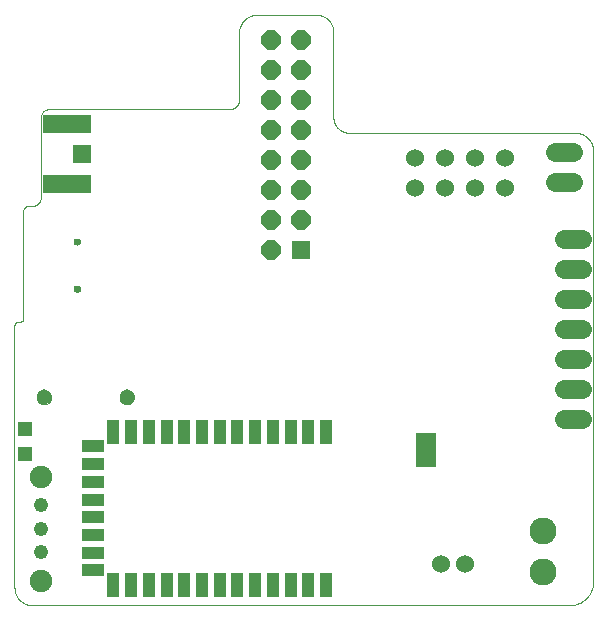
<source format=gbs>
G75*
%MOIN*%
%OFA0B0*%
%FSLAX25Y25*%
%IPPOS*%
%LPD*%
%AMOC8*
5,1,8,0,0,1.08239X$1,22.5*
%
%ADD10C,0.00000*%
%ADD11C,0.04762*%
%ADD12C,0.07487*%
%ADD13R,0.16400X0.06400*%
%ADD14R,0.06400X0.06400*%
%ADD15OC8,0.06400*%
%ADD16C,0.06000*%
%ADD17C,0.09000*%
%ADD18C,0.02369*%
%ADD19C,0.05124*%
%ADD20C,0.06400*%
%ADD21R,0.04337X0.08274*%
%ADD22R,0.07487X0.04337*%
%ADD23R,0.05124X0.05124*%
%ADD24R,0.06500X0.11500*%
D10*
X0011250Y0006926D02*
X0011250Y0094284D01*
X0011252Y0094353D01*
X0011258Y0094422D01*
X0011267Y0094491D01*
X0011281Y0094559D01*
X0011298Y0094626D01*
X0011319Y0094692D01*
X0011344Y0094757D01*
X0011372Y0094820D01*
X0011404Y0094882D01*
X0011439Y0094942D01*
X0011478Y0094999D01*
X0011520Y0095055D01*
X0011564Y0095108D01*
X0011612Y0095158D01*
X0011662Y0095206D01*
X0011715Y0095250D01*
X0011771Y0095292D01*
X0011828Y0095331D01*
X0011888Y0095366D01*
X0011950Y0095398D01*
X0012013Y0095426D01*
X0012078Y0095451D01*
X0012144Y0095472D01*
X0012211Y0095489D01*
X0012279Y0095503D01*
X0012348Y0095512D01*
X0012417Y0095518D01*
X0012486Y0095520D01*
X0013194Y0095520D01*
X0013252Y0095522D01*
X0013310Y0095528D01*
X0013368Y0095537D01*
X0013425Y0095550D01*
X0013480Y0095567D01*
X0013535Y0095588D01*
X0013588Y0095612D01*
X0013640Y0095639D01*
X0013689Y0095670D01*
X0013736Y0095704D01*
X0013781Y0095741D01*
X0013824Y0095781D01*
X0013864Y0095824D01*
X0013901Y0095869D01*
X0013935Y0095916D01*
X0013966Y0095966D01*
X0013993Y0096017D01*
X0014017Y0096070D01*
X0014038Y0096125D01*
X0014055Y0096180D01*
X0014068Y0096237D01*
X0014077Y0096295D01*
X0014083Y0096353D01*
X0014085Y0096411D01*
X0014085Y0132185D01*
X0014087Y0132271D01*
X0014093Y0132357D01*
X0014102Y0132442D01*
X0014116Y0132527D01*
X0014133Y0132612D01*
X0014154Y0132695D01*
X0014179Y0132777D01*
X0014207Y0132859D01*
X0014239Y0132938D01*
X0014275Y0133017D01*
X0014314Y0133093D01*
X0014356Y0133168D01*
X0014402Y0133241D01*
X0014451Y0133312D01*
X0014503Y0133380D01*
X0014558Y0133446D01*
X0014616Y0133510D01*
X0014677Y0133571D01*
X0014741Y0133629D01*
X0014807Y0133684D01*
X0014875Y0133736D01*
X0014946Y0133785D01*
X0015019Y0133831D01*
X0015094Y0133873D01*
X0015170Y0133912D01*
X0015249Y0133948D01*
X0015328Y0133980D01*
X0015410Y0134008D01*
X0015492Y0134033D01*
X0015575Y0134054D01*
X0015660Y0134071D01*
X0015745Y0134085D01*
X0015830Y0134094D01*
X0015916Y0134100D01*
X0016002Y0134102D01*
X0016956Y0134102D01*
X0017066Y0134104D01*
X0017176Y0134110D01*
X0017285Y0134119D01*
X0017395Y0134133D01*
X0017503Y0134150D01*
X0017611Y0134171D01*
X0017719Y0134196D01*
X0017825Y0134224D01*
X0017930Y0134256D01*
X0018034Y0134292D01*
X0018137Y0134332D01*
X0018238Y0134375D01*
X0018338Y0134421D01*
X0018436Y0134471D01*
X0018532Y0134524D01*
X0018626Y0134581D01*
X0018719Y0134641D01*
X0018809Y0134704D01*
X0018897Y0134770D01*
X0018982Y0134839D01*
X0019065Y0134912D01*
X0019146Y0134987D01*
X0019223Y0135064D01*
X0019298Y0135145D01*
X0019371Y0135228D01*
X0019440Y0135313D01*
X0019506Y0135401D01*
X0019569Y0135491D01*
X0019629Y0135584D01*
X0019686Y0135678D01*
X0019739Y0135774D01*
X0019789Y0135872D01*
X0019835Y0135972D01*
X0019878Y0136073D01*
X0019918Y0136176D01*
X0019954Y0136280D01*
X0019986Y0136385D01*
X0020014Y0136491D01*
X0020039Y0136599D01*
X0020060Y0136707D01*
X0020077Y0136815D01*
X0020091Y0136925D01*
X0020100Y0137034D01*
X0020106Y0137144D01*
X0020108Y0137254D01*
X0020108Y0163755D01*
X0020110Y0163856D01*
X0020116Y0163957D01*
X0020126Y0164057D01*
X0020139Y0164157D01*
X0020157Y0164256D01*
X0020178Y0164355D01*
X0020203Y0164453D01*
X0020231Y0164549D01*
X0020264Y0164645D01*
X0020300Y0164739D01*
X0020339Y0164832D01*
X0020382Y0164923D01*
X0020429Y0165012D01*
X0020479Y0165100D01*
X0020532Y0165186D01*
X0020588Y0165269D01*
X0020648Y0165351D01*
X0020711Y0165429D01*
X0020776Y0165506D01*
X0020845Y0165580D01*
X0020916Y0165651D01*
X0020990Y0165720D01*
X0021067Y0165785D01*
X0021146Y0165848D01*
X0021227Y0165907D01*
X0021311Y0165964D01*
X0021397Y0166017D01*
X0021484Y0166067D01*
X0021574Y0166113D01*
X0021665Y0166156D01*
X0021758Y0166196D01*
X0021852Y0166231D01*
X0021948Y0166264D01*
X0022044Y0166292D01*
X0022142Y0166317D01*
X0022241Y0166338D01*
X0022340Y0166355D01*
X0022440Y0166369D01*
X0022540Y0166378D01*
X0022641Y0166384D01*
X0022742Y0166386D01*
X0082985Y0166386D01*
X0083095Y0166388D01*
X0083204Y0166394D01*
X0083313Y0166404D01*
X0083422Y0166417D01*
X0083530Y0166435D01*
X0083637Y0166456D01*
X0083744Y0166481D01*
X0083849Y0166510D01*
X0083954Y0166543D01*
X0084057Y0166579D01*
X0084159Y0166620D01*
X0084259Y0166663D01*
X0084358Y0166711D01*
X0084455Y0166761D01*
X0084551Y0166815D01*
X0084644Y0166873D01*
X0084735Y0166934D01*
X0084824Y0166998D01*
X0084910Y0167065D01*
X0084994Y0167135D01*
X0085076Y0167209D01*
X0085154Y0167285D01*
X0085230Y0167363D01*
X0085304Y0167445D01*
X0085374Y0167529D01*
X0085441Y0167615D01*
X0085505Y0167704D01*
X0085566Y0167795D01*
X0085624Y0167888D01*
X0085678Y0167984D01*
X0085728Y0168081D01*
X0085776Y0168180D01*
X0085819Y0168280D01*
X0085860Y0168382D01*
X0085896Y0168485D01*
X0085929Y0168590D01*
X0085958Y0168695D01*
X0085983Y0168802D01*
X0086004Y0168909D01*
X0086022Y0169017D01*
X0086035Y0169126D01*
X0086045Y0169235D01*
X0086051Y0169344D01*
X0086053Y0169454D01*
X0086053Y0191669D01*
X0086055Y0191824D01*
X0086061Y0191979D01*
X0086070Y0192133D01*
X0086084Y0192288D01*
X0086101Y0192442D01*
X0086122Y0192595D01*
X0086147Y0192748D01*
X0086176Y0192900D01*
X0086209Y0193052D01*
X0086245Y0193202D01*
X0086285Y0193352D01*
X0086329Y0193500D01*
X0086377Y0193648D01*
X0086428Y0193794D01*
X0086482Y0193939D01*
X0086541Y0194082D01*
X0086603Y0194224D01*
X0086668Y0194365D01*
X0086737Y0194503D01*
X0086810Y0194640D01*
X0086885Y0194775D01*
X0086965Y0194909D01*
X0087047Y0195040D01*
X0087133Y0195169D01*
X0087221Y0195296D01*
X0087313Y0195420D01*
X0087408Y0195543D01*
X0087507Y0195663D01*
X0087608Y0195780D01*
X0087712Y0195895D01*
X0087818Y0196007D01*
X0087928Y0196117D01*
X0088040Y0196223D01*
X0088155Y0196327D01*
X0088272Y0196428D01*
X0088392Y0196527D01*
X0088515Y0196622D01*
X0088639Y0196714D01*
X0088766Y0196802D01*
X0088895Y0196888D01*
X0089026Y0196970D01*
X0089159Y0197050D01*
X0089295Y0197125D01*
X0089432Y0197198D01*
X0089570Y0197267D01*
X0089711Y0197332D01*
X0089853Y0197394D01*
X0089996Y0197453D01*
X0090141Y0197507D01*
X0090287Y0197558D01*
X0090435Y0197606D01*
X0090583Y0197650D01*
X0090733Y0197690D01*
X0090883Y0197726D01*
X0091035Y0197759D01*
X0091187Y0197788D01*
X0091340Y0197813D01*
X0091493Y0197834D01*
X0091647Y0197851D01*
X0091802Y0197865D01*
X0091956Y0197874D01*
X0092111Y0197880D01*
X0092266Y0197882D01*
X0111769Y0197882D01*
X0111920Y0197880D01*
X0112072Y0197874D01*
X0112222Y0197864D01*
X0112373Y0197850D01*
X0112523Y0197833D01*
X0112673Y0197811D01*
X0112822Y0197785D01*
X0112971Y0197756D01*
X0113118Y0197722D01*
X0113265Y0197685D01*
X0113411Y0197644D01*
X0113555Y0197599D01*
X0113698Y0197550D01*
X0113840Y0197498D01*
X0113981Y0197442D01*
X0114120Y0197382D01*
X0114257Y0197319D01*
X0114393Y0197252D01*
X0114527Y0197182D01*
X0114659Y0197108D01*
X0114789Y0197030D01*
X0114917Y0196950D01*
X0115043Y0196865D01*
X0115166Y0196778D01*
X0115288Y0196688D01*
X0115406Y0196594D01*
X0115523Y0196497D01*
X0115637Y0196397D01*
X0115748Y0196295D01*
X0115856Y0196189D01*
X0115962Y0196081D01*
X0116064Y0195970D01*
X0116164Y0195856D01*
X0116261Y0195739D01*
X0116355Y0195621D01*
X0116445Y0195499D01*
X0116532Y0195376D01*
X0116617Y0195250D01*
X0116697Y0195122D01*
X0116775Y0194992D01*
X0116849Y0194860D01*
X0116919Y0194726D01*
X0116986Y0194590D01*
X0117049Y0194453D01*
X0117109Y0194314D01*
X0117165Y0194173D01*
X0117217Y0194031D01*
X0117266Y0193888D01*
X0117311Y0193744D01*
X0117352Y0193598D01*
X0117389Y0193451D01*
X0117423Y0193304D01*
X0117452Y0193155D01*
X0117478Y0193006D01*
X0117500Y0192856D01*
X0117517Y0192706D01*
X0117531Y0192555D01*
X0117541Y0192405D01*
X0117547Y0192253D01*
X0117549Y0192102D01*
X0117549Y0163780D01*
X0117551Y0163637D01*
X0117557Y0163495D01*
X0117566Y0163352D01*
X0117580Y0163210D01*
X0117597Y0163069D01*
X0117618Y0162928D01*
X0117643Y0162787D01*
X0117672Y0162647D01*
X0117705Y0162508D01*
X0117741Y0162370D01*
X0117781Y0162233D01*
X0117825Y0162098D01*
X0117872Y0161963D01*
X0117923Y0161830D01*
X0117978Y0161698D01*
X0118036Y0161568D01*
X0118098Y0161439D01*
X0118163Y0161312D01*
X0118231Y0161187D01*
X0118303Y0161064D01*
X0118378Y0160942D01*
X0118457Y0160823D01*
X0118539Y0160706D01*
X0118623Y0160591D01*
X0118711Y0160479D01*
X0118802Y0160369D01*
X0118896Y0160261D01*
X0118993Y0160157D01*
X0119092Y0160054D01*
X0119195Y0159955D01*
X0119299Y0159858D01*
X0119407Y0159764D01*
X0119517Y0159673D01*
X0119629Y0159585D01*
X0119744Y0159501D01*
X0119861Y0159419D01*
X0119980Y0159340D01*
X0120102Y0159265D01*
X0120225Y0159193D01*
X0120350Y0159125D01*
X0120477Y0159060D01*
X0120606Y0158998D01*
X0120736Y0158940D01*
X0120868Y0158885D01*
X0121001Y0158834D01*
X0121136Y0158787D01*
X0121271Y0158743D01*
X0121408Y0158703D01*
X0121546Y0158667D01*
X0121685Y0158634D01*
X0121825Y0158605D01*
X0121966Y0158580D01*
X0122107Y0158559D01*
X0122248Y0158542D01*
X0122390Y0158528D01*
X0122533Y0158519D01*
X0122675Y0158513D01*
X0122818Y0158511D01*
X0122818Y0158512D02*
X0198035Y0158512D01*
X0198190Y0158510D01*
X0198345Y0158504D01*
X0198500Y0158494D01*
X0198655Y0158481D01*
X0198809Y0158463D01*
X0198963Y0158441D01*
X0199116Y0158416D01*
X0199269Y0158387D01*
X0199420Y0158353D01*
X0199571Y0158316D01*
X0199721Y0158276D01*
X0199870Y0158231D01*
X0200017Y0158183D01*
X0200164Y0158130D01*
X0200309Y0158075D01*
X0200452Y0158015D01*
X0200594Y0157952D01*
X0200734Y0157886D01*
X0200873Y0157816D01*
X0201009Y0157742D01*
X0201144Y0157665D01*
X0201277Y0157584D01*
X0201408Y0157501D01*
X0201536Y0157413D01*
X0201663Y0157323D01*
X0201787Y0157230D01*
X0201908Y0157133D01*
X0202027Y0157033D01*
X0202144Y0156931D01*
X0202258Y0156825D01*
X0202369Y0156717D01*
X0202477Y0156606D01*
X0202583Y0156492D01*
X0202685Y0156375D01*
X0202785Y0156256D01*
X0202882Y0156135D01*
X0202975Y0156011D01*
X0203065Y0155884D01*
X0203153Y0155756D01*
X0203236Y0155625D01*
X0203317Y0155492D01*
X0203394Y0155357D01*
X0203468Y0155221D01*
X0203538Y0155082D01*
X0203604Y0154942D01*
X0203667Y0154800D01*
X0203727Y0154657D01*
X0203782Y0154512D01*
X0203835Y0154365D01*
X0203883Y0154218D01*
X0203928Y0154069D01*
X0203968Y0153919D01*
X0204005Y0153768D01*
X0204039Y0153617D01*
X0204068Y0153464D01*
X0204093Y0153311D01*
X0204115Y0153157D01*
X0204133Y0153003D01*
X0204146Y0152848D01*
X0204156Y0152693D01*
X0204162Y0152538D01*
X0204164Y0152383D01*
X0204163Y0152383D02*
X0204163Y0008939D01*
X0204161Y0008748D01*
X0204154Y0008557D01*
X0204142Y0008366D01*
X0204126Y0008176D01*
X0204105Y0007986D01*
X0204080Y0007797D01*
X0204050Y0007608D01*
X0204016Y0007420D01*
X0203977Y0007233D01*
X0203933Y0007047D01*
X0203885Y0006862D01*
X0203833Y0006678D01*
X0203776Y0006496D01*
X0203715Y0006315D01*
X0203649Y0006135D01*
X0203579Y0005957D01*
X0203505Y0005781D01*
X0203427Y0005607D01*
X0203344Y0005435D01*
X0203257Y0005264D01*
X0203166Y0005096D01*
X0203072Y0004930D01*
X0202973Y0004767D01*
X0202870Y0004606D01*
X0202763Y0004447D01*
X0202653Y0004291D01*
X0202539Y0004138D01*
X0202421Y0003988D01*
X0202299Y0003840D01*
X0202174Y0003696D01*
X0202046Y0003554D01*
X0201914Y0003416D01*
X0201779Y0003281D01*
X0201641Y0003149D01*
X0201499Y0003021D01*
X0201355Y0002896D01*
X0201207Y0002774D01*
X0201057Y0002656D01*
X0200904Y0002542D01*
X0200748Y0002432D01*
X0200589Y0002325D01*
X0200428Y0002222D01*
X0200265Y0002123D01*
X0200099Y0002029D01*
X0199931Y0001938D01*
X0199760Y0001851D01*
X0199588Y0001768D01*
X0199414Y0001690D01*
X0199238Y0001616D01*
X0199060Y0001546D01*
X0198880Y0001480D01*
X0198699Y0001419D01*
X0198517Y0001362D01*
X0198333Y0001310D01*
X0198148Y0001262D01*
X0197962Y0001218D01*
X0197775Y0001179D01*
X0197587Y0001145D01*
X0197398Y0001115D01*
X0197209Y0001090D01*
X0197019Y0001069D01*
X0196829Y0001053D01*
X0196638Y0001041D01*
X0196447Y0001034D01*
X0196256Y0001032D01*
X0196256Y0001031D02*
X0017145Y0001031D01*
X0016993Y0001033D01*
X0016842Y0001039D01*
X0016690Y0001049D01*
X0016539Y0001062D01*
X0016388Y0001080D01*
X0016238Y0001101D01*
X0016088Y0001127D01*
X0015939Y0001156D01*
X0015791Y0001189D01*
X0015644Y0001225D01*
X0015497Y0001266D01*
X0015352Y0001310D01*
X0015208Y0001358D01*
X0015066Y0001410D01*
X0014924Y0001465D01*
X0014784Y0001524D01*
X0014646Y0001587D01*
X0014509Y0001653D01*
X0014374Y0001723D01*
X0014241Y0001796D01*
X0014110Y0001872D01*
X0013981Y0001952D01*
X0013854Y0002035D01*
X0013729Y0002121D01*
X0013607Y0002211D01*
X0013487Y0002304D01*
X0013369Y0002399D01*
X0013253Y0002498D01*
X0013141Y0002600D01*
X0013031Y0002704D01*
X0012923Y0002812D01*
X0012819Y0002922D01*
X0012717Y0003034D01*
X0012618Y0003150D01*
X0012523Y0003268D01*
X0012430Y0003388D01*
X0012340Y0003510D01*
X0012254Y0003635D01*
X0012171Y0003762D01*
X0012091Y0003891D01*
X0012015Y0004022D01*
X0011942Y0004155D01*
X0011872Y0004290D01*
X0011806Y0004427D01*
X0011743Y0004565D01*
X0011684Y0004705D01*
X0011629Y0004847D01*
X0011577Y0004989D01*
X0011529Y0005133D01*
X0011485Y0005278D01*
X0011444Y0005425D01*
X0011408Y0005572D01*
X0011375Y0005720D01*
X0011346Y0005869D01*
X0011320Y0006019D01*
X0011299Y0006169D01*
X0011281Y0006320D01*
X0011268Y0006471D01*
X0011258Y0006623D01*
X0011252Y0006774D01*
X0011250Y0006926D01*
X0018731Y0070362D02*
X0018733Y0070459D01*
X0018739Y0070556D01*
X0018749Y0070652D01*
X0018763Y0070748D01*
X0018781Y0070844D01*
X0018802Y0070938D01*
X0018828Y0071032D01*
X0018857Y0071124D01*
X0018891Y0071215D01*
X0018927Y0071305D01*
X0018968Y0071393D01*
X0019012Y0071479D01*
X0019060Y0071564D01*
X0019111Y0071646D01*
X0019165Y0071727D01*
X0019223Y0071805D01*
X0019284Y0071880D01*
X0019347Y0071953D01*
X0019414Y0072024D01*
X0019484Y0072091D01*
X0019556Y0072156D01*
X0019631Y0072217D01*
X0019709Y0072276D01*
X0019788Y0072331D01*
X0019870Y0072383D01*
X0019954Y0072431D01*
X0020040Y0072476D01*
X0020128Y0072518D01*
X0020217Y0072556D01*
X0020308Y0072590D01*
X0020400Y0072620D01*
X0020493Y0072647D01*
X0020588Y0072669D01*
X0020683Y0072688D01*
X0020779Y0072703D01*
X0020875Y0072714D01*
X0020972Y0072721D01*
X0021069Y0072724D01*
X0021166Y0072723D01*
X0021263Y0072718D01*
X0021359Y0072709D01*
X0021455Y0072696D01*
X0021551Y0072679D01*
X0021646Y0072658D01*
X0021739Y0072634D01*
X0021832Y0072605D01*
X0021924Y0072573D01*
X0022014Y0072537D01*
X0022102Y0072498D01*
X0022189Y0072454D01*
X0022274Y0072408D01*
X0022357Y0072357D01*
X0022438Y0072304D01*
X0022516Y0072247D01*
X0022593Y0072187D01*
X0022666Y0072124D01*
X0022737Y0072058D01*
X0022805Y0071989D01*
X0022871Y0071917D01*
X0022933Y0071843D01*
X0022992Y0071766D01*
X0023048Y0071687D01*
X0023101Y0071605D01*
X0023151Y0071522D01*
X0023196Y0071436D01*
X0023239Y0071349D01*
X0023278Y0071260D01*
X0023313Y0071170D01*
X0023344Y0071078D01*
X0023371Y0070985D01*
X0023395Y0070891D01*
X0023415Y0070796D01*
X0023431Y0070700D01*
X0023443Y0070604D01*
X0023451Y0070507D01*
X0023455Y0070410D01*
X0023455Y0070314D01*
X0023451Y0070217D01*
X0023443Y0070120D01*
X0023431Y0070024D01*
X0023415Y0069928D01*
X0023395Y0069833D01*
X0023371Y0069739D01*
X0023344Y0069646D01*
X0023313Y0069554D01*
X0023278Y0069464D01*
X0023239Y0069375D01*
X0023196Y0069288D01*
X0023151Y0069202D01*
X0023101Y0069119D01*
X0023048Y0069037D01*
X0022992Y0068958D01*
X0022933Y0068881D01*
X0022871Y0068807D01*
X0022805Y0068735D01*
X0022737Y0068666D01*
X0022666Y0068600D01*
X0022593Y0068537D01*
X0022516Y0068477D01*
X0022438Y0068420D01*
X0022357Y0068367D01*
X0022274Y0068316D01*
X0022189Y0068270D01*
X0022102Y0068226D01*
X0022014Y0068187D01*
X0021924Y0068151D01*
X0021832Y0068119D01*
X0021739Y0068090D01*
X0021646Y0068066D01*
X0021551Y0068045D01*
X0021455Y0068028D01*
X0021359Y0068015D01*
X0021263Y0068006D01*
X0021166Y0068001D01*
X0021069Y0068000D01*
X0020972Y0068003D01*
X0020875Y0068010D01*
X0020779Y0068021D01*
X0020683Y0068036D01*
X0020588Y0068055D01*
X0020493Y0068077D01*
X0020400Y0068104D01*
X0020308Y0068134D01*
X0020217Y0068168D01*
X0020128Y0068206D01*
X0020040Y0068248D01*
X0019954Y0068293D01*
X0019870Y0068341D01*
X0019788Y0068393D01*
X0019709Y0068448D01*
X0019631Y0068507D01*
X0019556Y0068568D01*
X0019484Y0068633D01*
X0019414Y0068700D01*
X0019347Y0068771D01*
X0019284Y0068844D01*
X0019223Y0068919D01*
X0019165Y0068997D01*
X0019111Y0069078D01*
X0019060Y0069160D01*
X0019012Y0069245D01*
X0018968Y0069331D01*
X0018927Y0069419D01*
X0018891Y0069509D01*
X0018857Y0069600D01*
X0018828Y0069692D01*
X0018802Y0069786D01*
X0018781Y0069880D01*
X0018763Y0069976D01*
X0018749Y0070072D01*
X0018739Y0070168D01*
X0018733Y0070265D01*
X0018731Y0070362D01*
X0046290Y0070362D02*
X0046292Y0070459D01*
X0046298Y0070556D01*
X0046308Y0070652D01*
X0046322Y0070748D01*
X0046340Y0070844D01*
X0046361Y0070938D01*
X0046387Y0071032D01*
X0046416Y0071124D01*
X0046450Y0071215D01*
X0046486Y0071305D01*
X0046527Y0071393D01*
X0046571Y0071479D01*
X0046619Y0071564D01*
X0046670Y0071646D01*
X0046724Y0071727D01*
X0046782Y0071805D01*
X0046843Y0071880D01*
X0046906Y0071953D01*
X0046973Y0072024D01*
X0047043Y0072091D01*
X0047115Y0072156D01*
X0047190Y0072217D01*
X0047268Y0072276D01*
X0047347Y0072331D01*
X0047429Y0072383D01*
X0047513Y0072431D01*
X0047599Y0072476D01*
X0047687Y0072518D01*
X0047776Y0072556D01*
X0047867Y0072590D01*
X0047959Y0072620D01*
X0048052Y0072647D01*
X0048147Y0072669D01*
X0048242Y0072688D01*
X0048338Y0072703D01*
X0048434Y0072714D01*
X0048531Y0072721D01*
X0048628Y0072724D01*
X0048725Y0072723D01*
X0048822Y0072718D01*
X0048918Y0072709D01*
X0049014Y0072696D01*
X0049110Y0072679D01*
X0049205Y0072658D01*
X0049298Y0072634D01*
X0049391Y0072605D01*
X0049483Y0072573D01*
X0049573Y0072537D01*
X0049661Y0072498D01*
X0049748Y0072454D01*
X0049833Y0072408D01*
X0049916Y0072357D01*
X0049997Y0072304D01*
X0050075Y0072247D01*
X0050152Y0072187D01*
X0050225Y0072124D01*
X0050296Y0072058D01*
X0050364Y0071989D01*
X0050430Y0071917D01*
X0050492Y0071843D01*
X0050551Y0071766D01*
X0050607Y0071687D01*
X0050660Y0071605D01*
X0050710Y0071522D01*
X0050755Y0071436D01*
X0050798Y0071349D01*
X0050837Y0071260D01*
X0050872Y0071170D01*
X0050903Y0071078D01*
X0050930Y0070985D01*
X0050954Y0070891D01*
X0050974Y0070796D01*
X0050990Y0070700D01*
X0051002Y0070604D01*
X0051010Y0070507D01*
X0051014Y0070410D01*
X0051014Y0070314D01*
X0051010Y0070217D01*
X0051002Y0070120D01*
X0050990Y0070024D01*
X0050974Y0069928D01*
X0050954Y0069833D01*
X0050930Y0069739D01*
X0050903Y0069646D01*
X0050872Y0069554D01*
X0050837Y0069464D01*
X0050798Y0069375D01*
X0050755Y0069288D01*
X0050710Y0069202D01*
X0050660Y0069119D01*
X0050607Y0069037D01*
X0050551Y0068958D01*
X0050492Y0068881D01*
X0050430Y0068807D01*
X0050364Y0068735D01*
X0050296Y0068666D01*
X0050225Y0068600D01*
X0050152Y0068537D01*
X0050075Y0068477D01*
X0049997Y0068420D01*
X0049916Y0068367D01*
X0049833Y0068316D01*
X0049748Y0068270D01*
X0049661Y0068226D01*
X0049573Y0068187D01*
X0049483Y0068151D01*
X0049391Y0068119D01*
X0049298Y0068090D01*
X0049205Y0068066D01*
X0049110Y0068045D01*
X0049014Y0068028D01*
X0048918Y0068015D01*
X0048822Y0068006D01*
X0048725Y0068001D01*
X0048628Y0068000D01*
X0048531Y0068003D01*
X0048434Y0068010D01*
X0048338Y0068021D01*
X0048242Y0068036D01*
X0048147Y0068055D01*
X0048052Y0068077D01*
X0047959Y0068104D01*
X0047867Y0068134D01*
X0047776Y0068168D01*
X0047687Y0068206D01*
X0047599Y0068248D01*
X0047513Y0068293D01*
X0047429Y0068341D01*
X0047347Y0068393D01*
X0047268Y0068448D01*
X0047190Y0068507D01*
X0047115Y0068568D01*
X0047043Y0068633D01*
X0046973Y0068700D01*
X0046906Y0068771D01*
X0046843Y0068844D01*
X0046782Y0068919D01*
X0046724Y0068997D01*
X0046670Y0069078D01*
X0046619Y0069160D01*
X0046571Y0069245D01*
X0046527Y0069331D01*
X0046486Y0069419D01*
X0046450Y0069509D01*
X0046416Y0069600D01*
X0046387Y0069692D01*
X0046361Y0069786D01*
X0046340Y0069880D01*
X0046322Y0069976D01*
X0046308Y0070072D01*
X0046298Y0070168D01*
X0046292Y0070265D01*
X0046290Y0070362D01*
X0031172Y0106504D02*
X0031174Y0106566D01*
X0031180Y0106629D01*
X0031190Y0106690D01*
X0031204Y0106751D01*
X0031221Y0106811D01*
X0031242Y0106870D01*
X0031268Y0106927D01*
X0031296Y0106982D01*
X0031328Y0107036D01*
X0031364Y0107087D01*
X0031402Y0107137D01*
X0031444Y0107183D01*
X0031488Y0107227D01*
X0031536Y0107268D01*
X0031585Y0107306D01*
X0031637Y0107340D01*
X0031691Y0107371D01*
X0031747Y0107399D01*
X0031805Y0107423D01*
X0031864Y0107444D01*
X0031924Y0107460D01*
X0031985Y0107473D01*
X0032047Y0107482D01*
X0032109Y0107487D01*
X0032172Y0107488D01*
X0032234Y0107485D01*
X0032296Y0107478D01*
X0032358Y0107467D01*
X0032418Y0107452D01*
X0032478Y0107434D01*
X0032536Y0107412D01*
X0032593Y0107386D01*
X0032648Y0107356D01*
X0032701Y0107323D01*
X0032752Y0107287D01*
X0032800Y0107248D01*
X0032846Y0107205D01*
X0032889Y0107160D01*
X0032929Y0107112D01*
X0032966Y0107062D01*
X0033000Y0107009D01*
X0033031Y0106955D01*
X0033057Y0106899D01*
X0033081Y0106841D01*
X0033100Y0106781D01*
X0033116Y0106721D01*
X0033128Y0106659D01*
X0033136Y0106598D01*
X0033140Y0106535D01*
X0033140Y0106473D01*
X0033136Y0106410D01*
X0033128Y0106349D01*
X0033116Y0106287D01*
X0033100Y0106227D01*
X0033081Y0106167D01*
X0033057Y0106109D01*
X0033031Y0106053D01*
X0033000Y0105999D01*
X0032966Y0105946D01*
X0032929Y0105896D01*
X0032889Y0105848D01*
X0032846Y0105803D01*
X0032800Y0105760D01*
X0032752Y0105721D01*
X0032701Y0105685D01*
X0032648Y0105652D01*
X0032593Y0105622D01*
X0032536Y0105596D01*
X0032478Y0105574D01*
X0032418Y0105556D01*
X0032358Y0105541D01*
X0032296Y0105530D01*
X0032234Y0105523D01*
X0032172Y0105520D01*
X0032109Y0105521D01*
X0032047Y0105526D01*
X0031985Y0105535D01*
X0031924Y0105548D01*
X0031864Y0105564D01*
X0031805Y0105585D01*
X0031747Y0105609D01*
X0031691Y0105637D01*
X0031637Y0105668D01*
X0031585Y0105702D01*
X0031536Y0105740D01*
X0031488Y0105781D01*
X0031444Y0105825D01*
X0031402Y0105871D01*
X0031364Y0105921D01*
X0031328Y0105972D01*
X0031296Y0106026D01*
X0031268Y0106081D01*
X0031242Y0106138D01*
X0031221Y0106197D01*
X0031204Y0106257D01*
X0031190Y0106318D01*
X0031180Y0106379D01*
X0031174Y0106442D01*
X0031172Y0106504D01*
X0031172Y0122252D02*
X0031174Y0122314D01*
X0031180Y0122377D01*
X0031190Y0122438D01*
X0031204Y0122499D01*
X0031221Y0122559D01*
X0031242Y0122618D01*
X0031268Y0122675D01*
X0031296Y0122730D01*
X0031328Y0122784D01*
X0031364Y0122835D01*
X0031402Y0122885D01*
X0031444Y0122931D01*
X0031488Y0122975D01*
X0031536Y0123016D01*
X0031585Y0123054D01*
X0031637Y0123088D01*
X0031691Y0123119D01*
X0031747Y0123147D01*
X0031805Y0123171D01*
X0031864Y0123192D01*
X0031924Y0123208D01*
X0031985Y0123221D01*
X0032047Y0123230D01*
X0032109Y0123235D01*
X0032172Y0123236D01*
X0032234Y0123233D01*
X0032296Y0123226D01*
X0032358Y0123215D01*
X0032418Y0123200D01*
X0032478Y0123182D01*
X0032536Y0123160D01*
X0032593Y0123134D01*
X0032648Y0123104D01*
X0032701Y0123071D01*
X0032752Y0123035D01*
X0032800Y0122996D01*
X0032846Y0122953D01*
X0032889Y0122908D01*
X0032929Y0122860D01*
X0032966Y0122810D01*
X0033000Y0122757D01*
X0033031Y0122703D01*
X0033057Y0122647D01*
X0033081Y0122589D01*
X0033100Y0122529D01*
X0033116Y0122469D01*
X0033128Y0122407D01*
X0033136Y0122346D01*
X0033140Y0122283D01*
X0033140Y0122221D01*
X0033136Y0122158D01*
X0033128Y0122097D01*
X0033116Y0122035D01*
X0033100Y0121975D01*
X0033081Y0121915D01*
X0033057Y0121857D01*
X0033031Y0121801D01*
X0033000Y0121747D01*
X0032966Y0121694D01*
X0032929Y0121644D01*
X0032889Y0121596D01*
X0032846Y0121551D01*
X0032800Y0121508D01*
X0032752Y0121469D01*
X0032701Y0121433D01*
X0032648Y0121400D01*
X0032593Y0121370D01*
X0032536Y0121344D01*
X0032478Y0121322D01*
X0032418Y0121304D01*
X0032358Y0121289D01*
X0032296Y0121278D01*
X0032234Y0121271D01*
X0032172Y0121268D01*
X0032109Y0121269D01*
X0032047Y0121274D01*
X0031985Y0121283D01*
X0031924Y0121296D01*
X0031864Y0121312D01*
X0031805Y0121333D01*
X0031747Y0121357D01*
X0031691Y0121385D01*
X0031637Y0121416D01*
X0031585Y0121450D01*
X0031536Y0121488D01*
X0031488Y0121529D01*
X0031444Y0121573D01*
X0031402Y0121619D01*
X0031364Y0121669D01*
X0031328Y0121720D01*
X0031296Y0121774D01*
X0031268Y0121829D01*
X0031242Y0121886D01*
X0031221Y0121945D01*
X0031204Y0122005D01*
X0031190Y0122066D01*
X0031180Y0122127D01*
X0031174Y0122190D01*
X0031172Y0122252D01*
D11*
X0020148Y0034457D03*
X0020148Y0026583D03*
X0020148Y0018709D03*
D12*
X0020148Y0009260D03*
X0020148Y0043906D03*
D13*
X0028612Y0141307D03*
X0028612Y0161307D03*
D14*
X0033612Y0151307D03*
X0106801Y0119575D03*
D15*
X0096801Y0119575D03*
X0096801Y0129575D03*
X0106801Y0129575D03*
X0106801Y0139575D03*
X0096801Y0139575D03*
X0096801Y0149575D03*
X0106801Y0149575D03*
X0106801Y0159575D03*
X0096801Y0159575D03*
X0096801Y0169575D03*
X0106801Y0169575D03*
X0106801Y0179575D03*
X0096801Y0179575D03*
X0096801Y0189575D03*
X0106801Y0189575D03*
D16*
X0144754Y0150205D03*
X0154754Y0150205D03*
X0164754Y0150205D03*
X0174754Y0150205D03*
X0174754Y0140205D03*
X0164754Y0140205D03*
X0154754Y0140205D03*
X0144754Y0140205D03*
X0153573Y0014732D03*
X0161447Y0014732D03*
D17*
X0187510Y0012094D03*
X0187510Y0025874D03*
D18*
X0032156Y0106504D03*
X0032156Y0122252D03*
D19*
X0021093Y0070362D03*
X0048652Y0070362D03*
D20*
X0191400Y0142094D02*
X0197400Y0142094D01*
X0197400Y0152094D02*
X0191400Y0152094D01*
X0194549Y0122961D02*
X0200549Y0122961D01*
X0200549Y0112961D02*
X0194549Y0112961D01*
X0194549Y0102961D02*
X0200549Y0102961D01*
X0200549Y0092961D02*
X0194549Y0092961D01*
X0194549Y0082961D02*
X0200549Y0082961D01*
X0200549Y0072961D02*
X0194549Y0072961D01*
X0194549Y0062961D02*
X0200549Y0062961D01*
D21*
X0115108Y0058906D03*
X0109203Y0058906D03*
X0103297Y0058906D03*
X0097392Y0058906D03*
X0091486Y0058906D03*
X0085581Y0058906D03*
X0079675Y0058906D03*
X0073770Y0058906D03*
X0067864Y0058906D03*
X0061959Y0058906D03*
X0056053Y0058906D03*
X0050148Y0058906D03*
X0044242Y0058906D03*
X0044242Y0007724D03*
X0050148Y0007724D03*
X0056053Y0007724D03*
X0061959Y0007724D03*
X0067864Y0007724D03*
X0073770Y0007724D03*
X0079675Y0007724D03*
X0085581Y0007724D03*
X0091486Y0007724D03*
X0097392Y0007724D03*
X0103297Y0007724D03*
X0109203Y0007724D03*
X0115108Y0007724D03*
D22*
X0037352Y0012646D03*
X0037352Y0018551D03*
X0037352Y0024457D03*
X0037352Y0030362D03*
X0037352Y0036268D03*
X0037352Y0042173D03*
X0037352Y0048079D03*
X0037352Y0053984D03*
D23*
X0014872Y0051543D03*
X0014872Y0059811D03*
D24*
X0148494Y0052724D03*
M02*

</source>
